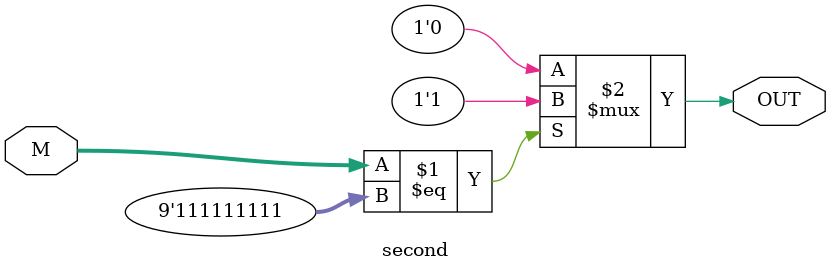
<source format=sv>

module first(M, OUT);
	input [8:0] M; // 9-Bit Boolean Vector M 
	output logic OUT; // Output Logic 

// The use of always_comb blocks 
always_comb begin 
	if(M == 9'b111111111) //Logic of High Bits 
		OUT <= 1; // Detector of Logic High  
	else 
		OUT <= 0; // Detector of Logic Low 
	end 

endmodule: first

// Part 2 
// Write a SV dataflow model (continuous assignments) of the detector 

module second(M, OUT);
	input [8:0] M; // 9-Bit Boolean Vector M 
	output logic OUT; // Output Logic 

// The use of continuous assignments 

	assign #10ns OUT = (M == 9'b111111111) ? 1'b1 : 1'b0;

endmodule: second 
</source>
